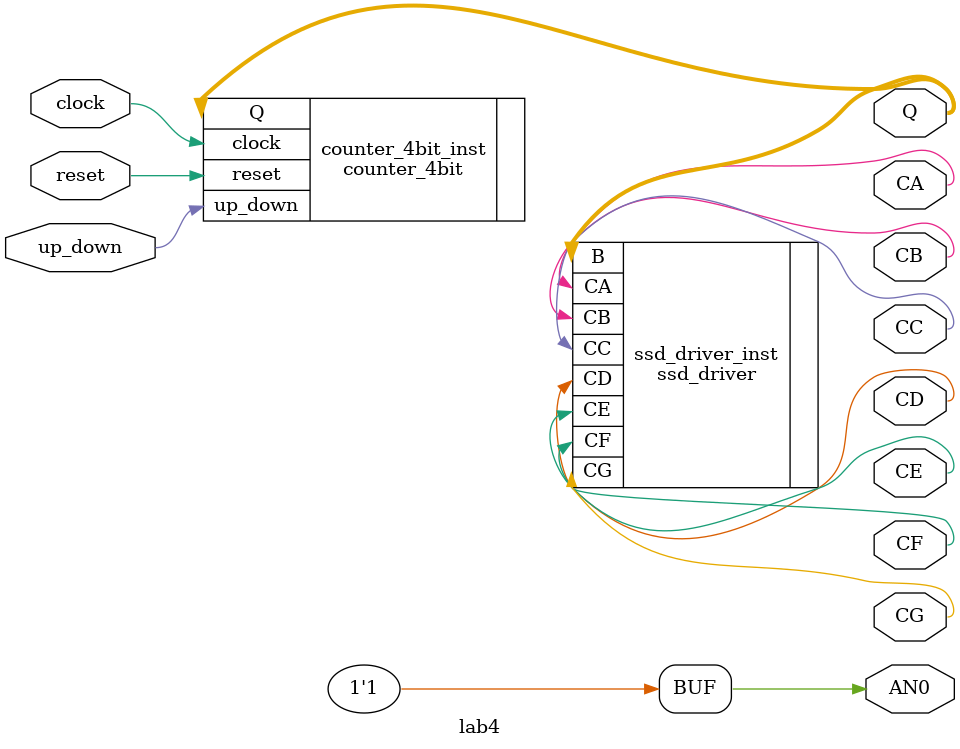
<source format=v>
`include "counter_4bit.v"
`include "ssd_driver.v"

module lab4 (
           input clock, reset, up_down,
           output wire [3:0] Q,
           output wire CA, CB, CC, CD, CE, CF, CG, AN0
       );

counter_4bit counter_4bit_inst(
                 .clock(clock),
                 .reset(reset),
                 .Q(Q),
                 .up_down(up_down)
             );

ssd_driver ssd_driver_inst(
               .B(Q),
               .CA(CA),
               .CB(CB),
               .CC(CC),
               .CD(CD),
               .CE(CE),
               .CF(CF),
               .CG(CG)
           );

assign AN0 = 1;

endmodule

</source>
